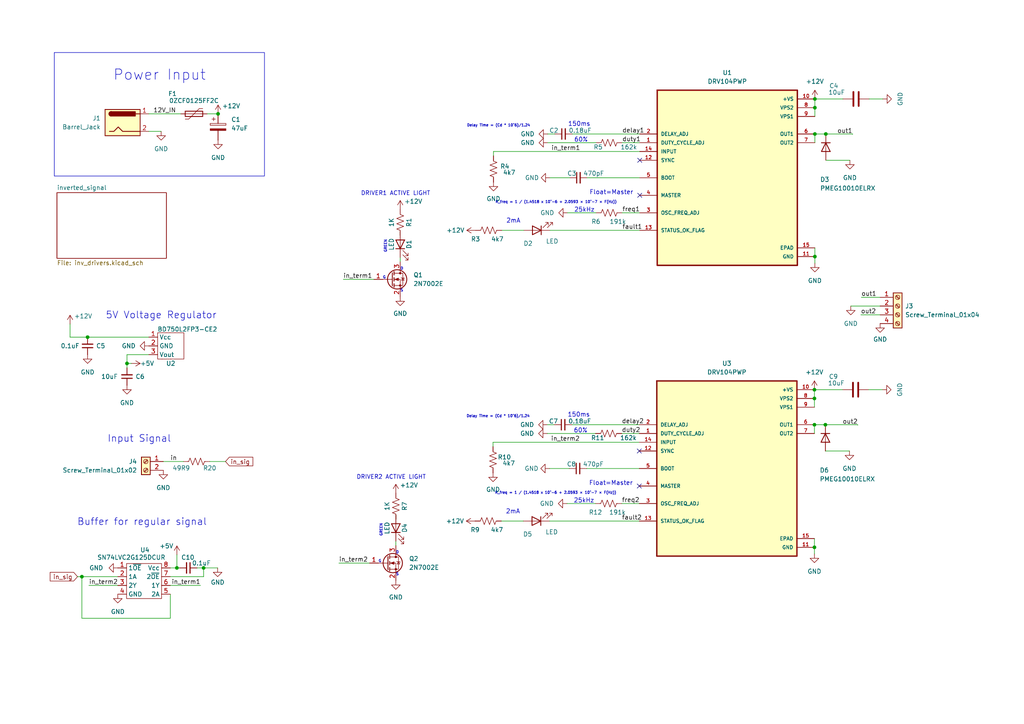
<source format=kicad_sch>
(kicad_sch (version 20230121) (generator eeschema)
  (paper "A4")
  (lib_symbols
    (symbol "Buffer:SN74LVC2G125"
      (property "Reference" "U" (at 0 6.35 0))
      (symbol "SN74LVC2G125_0_0"
        (rectangle (start -5.08 5.08) (end 5.08 -5.08))
      )
      (symbol "SN74LVC2G125_1_1"
        (pin input line (at -7.62 3.81 0) (length 2.54) (name "1~{OE}") (number "1"))
        (pin input line (at -7.62 1.27 0) (length 2.54) (name "1A") (number "2"))
        (pin input line (at -7.62 -1.27 0) (length 2.54) (name "2Y") (number "3"))
        (pin input line (at -7.62 -3.81 0) (length 2.54) (name "GND") (number "4"))
        (pin input line (at 7.62 -3.81 180) (length 2.54) (name "2A") (number "5"))
        (pin input line (at 7.62 -1.27 180) (length 2.54) (name "1Y") (number "6"))
        (pin input line (at 7.62 1.27 180) (length 2.54) (name "2~{OE}") (number "7"))
        (pin input line (at 7.62 3.81 180) (length 2.54) (name "Vcc") (number "8"))
      )
    )
    (symbol "Connector:Barrel_Jack" (pin_names (offset 1.016))
      (property "Reference" "J" (at 0 5.334 0))
      (property "Value" "Barrel_Jack" (at 0 -5.08 0))
      (symbol "Barrel_Jack_0_1"
        (rectangle (start -5.08 3.81) (end 5.08 -3.81) (stroke (width 0.254)) (fill (type background)))
        (arc (start -3.302 3.175) (mid -3.9343 2.54) (end -3.302 1.905) (stroke (width 0.254)))
        (arc (start -3.302 3.175) (mid -3.9343 2.54) (end -3.302 1.905) (stroke (width 0.254)) (fill (type outline)))
        (polyline (pts (xy 5.08 2.54) (xy 3.81 2.54)) (stroke (width 0.254)))
        (polyline (pts (xy -3.81 -2.54) (xy -2.54 -2.54) (xy -1.27 -1.27) (xy 0 -2.54) (xy 2.54 -2.54) (xy 5.08 -2.54)) (stroke (width 0.254)))
        (rectangle (start 3.683 3.175) (end -3.302 1.905) (stroke (width 0.254)) (fill (type outline)))
      )
      (symbol "Barrel_Jack_1_1"
        (pin passive line (at 7.62 2.54 180) (length 2.54) (name "~") (number "1"))
        (pin passive line (at 7.62 -2.54 180) (length 2.54) (name "~") (number "2"))
      )
    )
    (symbol "Connector:Screw_Terminal_01x02" (pin_names (offset 1.016) hide)
      (property "Reference" "J" (at 0 2.54 0))
      (property "Value" "Screw_Terminal_01x02" (at 0 -5.08 0))
      (symbol "Screw_Terminal_01x02_1_1"
        (rectangle (start -1.27 1.27) (end 1.27 -3.81) (stroke (width 0.254)) (fill (type background)))
        (circle (center 0 -2.54) (radius 0.635) (stroke (width 0.1524)))
        (polyline (pts (xy -0.5334 -2.2098) (xy 0.3302 -3.048)) (stroke (width 0.1524)))
        (polyline (pts (xy -0.5334 0.3302) (xy 0.3302 -0.508)) (stroke (width 0.1524)))
        (polyline (pts (xy -0.3556 -2.032) (xy 0.508 -2.8702)) (stroke (width 0.1524)))
        (polyline (pts (xy -0.3556 0.508) (xy 0.508 -0.3302)) (stroke (width 0.1524)))
        (circle (center 0 0) (radius 0.635) (stroke (width 0.1524)))
        (pin passive line (at -5.08 0 0) (length 3.81) (name "Pin_1") (number "1"))
        (pin passive line (at -5.08 -2.54 0) (length 3.81) (name "Pin_2") (number "2"))
      )
    )
    (symbol "Connector:Screw_Terminal_01x04" (pin_names (offset 1.016) hide)
      (property "Reference" "J" (at 0 5.08 0))
      (property "Value" "Screw_Terminal_01x04" (at 0 -7.62 0))
      (symbol "Screw_Terminal_01x04_1_1"
        (rectangle (start -1.27 3.81) (end 1.27 -6.35) (stroke (width 0.254)) (fill (type background)))
        (circle (center 0 -5.08) (radius 0.635) (stroke (width 0.1524)))
        (circle (center 0 -2.54) (radius 0.635) (stroke (width 0.1524)))
        (polyline (pts (xy -0.5334 -4.7498) (xy 0.3302 -5.588)) (stroke (width 0.1524)))
        (polyline (pts (xy -0.5334 -2.2098) (xy 0.3302 -3.048)) (stroke (width 0.1524)))
        (polyline (pts (xy -0.5334 0.3302) (xy 0.3302 -0.508)) (stroke (width 0.1524)))
        (polyline (pts (xy -0.5334 2.8702) (xy 0.3302 2.032)) (stroke (width 0.1524)))
        (polyline (pts (xy -0.3556 -4.572) (xy 0.508 -5.4102)) (stroke (width 0.1524)))
        (polyline (pts (xy -0.3556 -2.032) (xy 0.508 -2.8702)) (stroke (width 0.1524)))
        (polyline (pts (xy -0.3556 0.508) (xy 0.508 -0.3302)) (stroke (width 0.1524)))
        (polyline (pts (xy -0.3556 3.048) (xy 0.508 2.2098)) (stroke (width 0.1524)))
        (circle (center 0 0) (radius 0.635) (stroke (width 0.1524)))
        (circle (center 0 2.54) (radius 0.635) (stroke (width 0.1524)))
        (pin passive line (at -5.08 2.54 0) (length 3.81) (name "Pin_1") (number "1"))
        (pin passive line (at -5.08 0 0) (length 3.81) (name "Pin_2") (number "2"))
        (pin passive line (at -5.08 -2.54 0) (length 3.81) (name "Pin_3") (number "3"))
        (pin passive line (at -5.08 -5.08 0) (length 3.81) (name "Pin_4") (number "4"))
      )
    )
    (symbol "DRV104PWP:DRV104PWP" (pin_names (offset 1.016))
      (property "Reference" "U" (at -20.32 26.4 0))
      (property "Value" "DRV104PWP" (at -20.32 -29.4 0))
      (symbol "DRV104PWP_0_0"
        (rectangle (start -20.32 -25.4) (end 20.32 25.4) (stroke (width 0.41)) (fill (type background)))
        (pin input line (at -25.4 10.16 0) (length 5.08) (name "DUTY_CYCLE_ADJ") (number "1"))
        (pin power_in line (at 25.4 22.86 180) (length 5.08) (name "+VS") (number "10"))
        (pin power_in line (at 25.4 -22.86 180) (length 5.08) (name "GND") (number "11"))
        (pin input line (at -25.4 5.08 0) (length 5.08) (name "SYNC") (number "12"))
        (pin bidirectional line (at -25.4 -15.24 0) (length 5.08) (name "STATUS_OK_FLAG") (number "13"))
        (pin input line (at -25.4 7.62 0) (length 5.08) (name "INPUT") (number "14"))
        (pin power_in line (at 25.4 -20.32 180) (length 5.08) (name "EPAD") (number "15"))
        (pin input line (at -25.4 12.7 0) (length 5.08) (name "DELAY_ADJ") (number "2"))
        (pin bidirectional line (at -25.4 -10.16 0) (length 5.08) (name "OSC_FREQ_ADJ") (number "3"))
        (pin bidirectional line (at -25.4 -5.08 0) (length 5.08) (name "MASTER") (number "4"))
        (pin bidirectional line (at -25.4 0 0) (length 5.08) (name "BOOT") (number "5"))
        (pin output line (at 25.4 12.7 180) (length 5.08) (name "OUT1") (number "6"))
        (pin output line (at 25.4 10.16 180) (length 5.08) (name "OUT2") (number "7"))
        (pin power_in line (at 25.4 20.32 180) (length 5.08) (name "VPS2") (number "8"))
        (pin power_in line (at 25.4 17.78 180) (length 5.08) (name "VPS1") (number "9"))
      )
    )
    (symbol "Device:C" (pin_numbers hide) (pin_names (offset 0.254))
      (property "Reference" "C" (at 0.635 2.54 0))
      (property "Value" "C" (at 0.635 -2.54 0))
      (symbol "C_0_1"
        (polyline (pts (xy -2.032 -0.762) (xy 2.032 -0.762)) (stroke (width 0.508)))
        (polyline (pts (xy -2.032 0.762) (xy 2.032 0.762)) (stroke (width 0.508)))
      )
      (symbol "C_1_1"
        (pin passive line (at 0 3.81 270) (length 2.794) (name "~") (number "1"))
        (pin passive line (at 0 -3.81 90) (length 2.794) (name "~") (number "2"))
      )
    )
    (symbol "Device:C_Polarized" (pin_numbers hide) (pin_names (offset 0.254))
      (property "Reference" "C" (at 0.635 2.54 0))
      (property "Value" "C_Polarized" (at 0.635 -2.54 0))
      (symbol "C_Polarized_0_1"
        (rectangle (start -2.286 0.508) (end 2.286 1.016))
        (polyline (pts (xy -1.778 2.286) (xy -0.762 2.286)))
        (polyline (pts (xy -1.27 2.794) (xy -1.27 1.778)))
        (rectangle (start 2.286 -0.508) (end -2.286 -1.016) (fill (type outline)))
      )
      (symbol "C_Polarized_1_1"
        (pin passive line (at 0 3.81 270) (length 2.794) (name "~") (number "1"))
        (pin passive line (at 0 -3.81 90) (length 2.794) (name "~") (number "2"))
      )
    )
    (symbol "Device:C_Small" (pin_numbers hide) (pin_names (offset 0.254) hide)
      (property "Reference" "C" (at 0.254 1.778 0))
      (property "Value" "C_Small" (at 0.254 -2.032 0))
      (symbol "C_Small_0_1"
        (polyline (pts (xy -1.524 -0.508) (xy 1.524 -0.508)) (stroke (width 0.3302)))
        (polyline (pts (xy -1.524 0.508) (xy 1.524 0.508)) (stroke (width 0.3048)))
      )
      (symbol "C_Small_1_1"
        (pin passive line (at 0 2.54 270) (length 2.032) (name "~") (number "1"))
        (pin passive line (at 0 -2.54 90) (length 2.032) (name "~") (number "2"))
      )
    )
    (symbol "Device:D" (pin_numbers hide) (pin_names (offset 1.016) hide)
      (property "Reference" "D" (at 0 2.54 0))
      (property "Value" "D" (at 0 -2.54 0))
      (symbol "D_0_1"
        (polyline (pts (xy -1.27 1.27) (xy -1.27 -1.27)) (stroke (width 0.254)))
        (polyline (pts (xy 1.27 0) (xy -1.27 0)))
        (polyline (pts (xy 1.27 1.27) (xy 1.27 -1.27) (xy -1.27 0) (xy 1.27 1.27)) (stroke (width 0.254)))
      )
      (symbol "D_1_1"
        (pin passive line (at -3.81 0 0) (length 2.54) (name "K") (number "1"))
        (pin passive line (at 3.81 0 180) (length 2.54) (name "A") (number "2"))
      )
    )
    (symbol "Device:LED" (pin_numbers hide) (pin_names (offset 1.016) hide)
      (property "Reference" "D" (at 0 2.54 0))
      (property "Value" "LED" (at 0 -2.54 0))
      (symbol "LED_0_1"
        (polyline (pts (xy -1.27 -1.27) (xy -1.27 1.27)) (stroke (width 0.254)))
        (polyline (pts (xy -1.27 0) (xy 1.27 0)))
        (polyline (pts (xy 1.27 -1.27) (xy 1.27 1.27) (xy -1.27 0) (xy 1.27 -1.27)) (stroke (width 0.254)))
        (polyline (pts (xy -3.048 -0.762) (xy -4.572 -2.286) (xy -3.81 -2.286) (xy -4.572 -2.286) (xy -4.572 -1.524)))
        (polyline (pts (xy -1.778 -0.762) (xy -3.302 -2.286) (xy -2.54 -2.286) (xy -3.302 -2.286) (xy -3.302 -1.524)))
      )
      (symbol "LED_1_1"
        (pin passive line (at -3.81 0 0) (length 2.54) (name "K") (number "1"))
        (pin passive line (at 3.81 0 180) (length 2.54) (name "A") (number "2"))
      )
    )
    (symbol "Device:Polyfuse" (pin_numbers hide) (pin_names (offset 0))
      (property "Reference" "F" (at -2.54 0 90))
      (property "Value" "Polyfuse" (at 2.54 0 90))
      (symbol "Polyfuse_0_1"
        (rectangle (start -0.762 2.54) (end 0.762 -2.54) (stroke (width 0.254)))
        (polyline (pts (xy 0 2.54) (xy 0 -2.54)))
        (polyline (pts (xy -1.524 2.54) (xy -1.524 1.524) (xy 1.524 -1.524) (xy 1.524 -2.54)))
      )
      (symbol "Polyfuse_1_1"
        (pin passive line (at 0 3.81 270) (length 1.27) (name "~") (number "1"))
        (pin passive line (at 0 -3.81 90) (length 1.27) (name "~") (number "2"))
      )
    )
    (symbol "Device:R_US" (pin_numbers hide) (pin_names (offset 0))
      (property "Reference" "R" (at 2.54 0 90))
      (property "Value" "R_US" (at -2.54 0 90))
      (symbol "R_US_0_1"
        (polyline (pts (xy 0 -2.286) (xy 0 -2.54)))
        (polyline (pts (xy 0 2.286) (xy 0 2.54)))
        (polyline (pts (xy 0 -0.762) (xy 1.016 -1.143) (xy 0 -1.524) (xy -1.016 -1.905) (xy 0 -2.286)))
        (polyline (pts (xy 0 0.762) (xy 1.016 0.381) (xy 0 0) (xy -1.016 -0.381) (xy 0 -0.762)))
        (polyline (pts (xy 0 2.286) (xy 1.016 1.905) (xy 0 1.524) (xy -1.016 1.143) (xy 0 0.762)))
      )
      (symbol "R_US_1_1"
        (pin passive line (at 0 3.81 270) (length 1.27) (name "~") (number "1"))
        (pin passive line (at 0 -3.81 90) (length 1.27) (name "~") (number "2"))
      )
    )
    (symbol "Regulator_Linear:BD750L2FP3-CE"
      (property "Reference" "U" (at 5.08 0 0))
      (symbol "BD750L2FP3-CE_0_1"
        (polyline (pts (xy -3.81 -2.54) (xy -3.81 0)))
        (polyline (pts (xy 3.81 -2.54) (xy 3.81 0)))
        (polyline (pts (xy -3.81 -2.54) (xy -3.81 -3.81) (xy 3.81 -3.81) (xy 3.81 -2.54)))
        (polyline (pts (xy 3.81 0) (xy 3.81 3.81) (xy 0 3.81) (xy -3.81 3.81) (xy -3.81 0)))
      )
      (symbol "BD750L2FP3-CE_1_1"
        (pin input line (at -2.54 -6.35 90) (length 2.54) (name "Vcc") (number "1"))
        (pin input line (at 0 -6.35 90) (length 2.54) (name "GND") (number "2"))
        (pin input line (at 2.54 -6.35 90) (length 2.54) (name "Vout") (number "3"))
      )
    )
    (symbol "Transistor_FET:2N7002E" (pin_names hide)
      (property "Reference" "Q" (at 5.08 1.905 0))
      (property "Value" "2N7002E" (at 5.08 0 0))
      (symbol "2N7002E_0_1"
        (polyline (pts (xy 0.254 0) (xy -2.54 0)))
        (polyline (pts (xy 0.254 1.905) (xy 0.254 -1.905)) (stroke (width 0.254)))
        (polyline (pts (xy 0.762 -1.27) (xy 0.762 -2.286)) (stroke (width 0.254)))
        (polyline (pts (xy 0.762 0.508) (xy 0.762 -0.508)) (stroke (width 0.254)))
        (polyline (pts (xy 0.762 2.286) (xy 0.762 1.27)) (stroke (width 0.254)))
        (polyline (pts (xy 2.54 2.54) (xy 2.54 1.778)))
        (polyline (pts (xy 2.54 -2.54) (xy 2.54 0) (xy 0.762 0)))
        (polyline (pts (xy 0.762 -1.778) (xy 3.302 -1.778) (xy 3.302 1.778) (xy 0.762 1.778)))
        (polyline (pts (xy 1.016 0) (xy 2.032 0.381) (xy 2.032 -0.381) (xy 1.016 0)) (fill (type outline)))
        (polyline (pts (xy 2.794 0.508) (xy 2.921 0.381) (xy 3.683 0.381) (xy 3.81 0.254)))
        (polyline (pts (xy 3.302 0.381) (xy 2.921 -0.254) (xy 3.683 -0.254) (xy 3.302 0.381)))
        (circle (center 1.651 0) (radius 2.794) (stroke (width 0.254)))
        (circle (center 2.54 -1.778) (radius 0.254) (fill (type outline)))
        (circle (center 2.54 1.778) (radius 0.254) (fill (type outline)))
      )
      (symbol "2N7002E_1_1"
        (pin input line (at -5.08 0 0) (length 2.54) (name "G") (number "1"))
        (pin passive line (at 2.54 -5.08 90) (length 2.54) (name "S") (number "2"))
        (pin passive line (at 2.54 5.08 270) (length 2.54) (name "D") (number "3"))
      )
    )
    (symbol "power:+12V" (power) (pin_names (offset 0))
      (property "Value" "+12V" (at 0 3.556 0))
      (symbol "+12V_0_1"
        (polyline (pts (xy -0.762 1.27) (xy 0 2.54)))
        (polyline (pts (xy 0 0) (xy 0 2.54)))
        (polyline (pts (xy 0 2.54) (xy 0.762 1.27)))
      )
      (symbol "+12V_1_1"
        (pin power_in line (at 0 0 90) (length 0) hide (name "+12V") (number "1"))
      )
    )
    (symbol "power:+5V" (power) (pin_names (offset 0))
      (property "Value" "+5V" (at 0 3.556 0))
      (symbol "+5V_0_1"
        (polyline (pts (xy -0.762 1.27) (xy 0 2.54)))
        (polyline (pts (xy 0 0) (xy 0 2.54)))
        (polyline (pts (xy 0 2.54) (xy 0.762 1.27)))
      )
      (symbol "+5V_1_1"
        (pin power_in line (at 0 0 90) (length 0) hide (name "+5V") (number "1"))
      )
    )
    (symbol "power:GND" (power) (pin_names (offset 0))
      (property "Value" "GND" (at 0 -3.81 0))
      (symbol "GND_0_1"
        (polyline (pts (xy 0 0) (xy 0 -1.27) (xy 1.27 -1.27) (xy 0 -2.54) (xy -1.27 -1.27) (xy 0 -1.27)))
      )
      (symbol "GND_1_1"
        (pin power_in line (at 0 0 270) (length 0) hide (name "GND") (number "1"))
      )
    )
  )
  (junction (at 51.308 164.719))
  (junction (at 236.22 123.19))
  (junction (at 236.347 31.242))
  (junction (at 239.522 38.862))
  (junction (at 236.22 158.75))
  (junction (at 236.347 74.422))
  (junction (at 236.22 113.03))
  (junction (at 63.246 33.02))
  (junction (at 59.055 164.719))
  (junction (at 239.395 123.19))
  (junction (at 236.347 28.702))
  (junction (at 23.749 167.259))
  (junction (at 25.4 97.79))
  (junction (at 236.22 115.57))
  (junction (at 236.347 38.862))
  (junction (at 36.83 105.41))
  (no_connect (at 185.547 56.642))
  (no_connect (at 185.547 46.482))
  (no_connect (at 185.42 130.81))
  (no_connect (at 185.42 140.97))
  (wire (pts (xy 249.682 91.313) (xy 255.27 91.313)))
  (wire (pts (xy 159.512 66.802) (xy 185.547 66.802)))
  (wire (pts (xy 143.002 128.27) (xy 185.42 128.27)))
  (wire (pts (xy 49.403 167.259) (xy 59.055 167.259)))
  (wire (pts (xy 158.75 125.73) (xy 172.72 125.73)))
  (wire (pts (xy 36.83 105.41) (xy 38.1 105.41)))
  (wire (pts (xy 180.34 146.05) (xy 185.42 146.05)))
  (wire (pts (xy 114.808 156.972) (xy 114.808 158.242)))
  (wire (pts (xy 145.542 66.802) (xy 151.892 66.802)))
  (wire (pts (xy 165.1 135.89) (xy 159.385 135.89)))
  (wire (pts (xy 236.22 113.03) (xy 236.22 115.57)))
  (wire (pts (xy 143.002 128.27) (xy 143.002 129.54)))
  (wire (pts (xy 180.467 61.722) (xy 185.547 61.722)))
  (wire (pts (xy 249.809 86.233) (xy 255.27 86.233)))
  (wire (pts (xy 236.347 71.882) (xy 236.347 74.422)))
  (wire (pts (xy 236.347 74.422) (xy 236.347 76.327)))
  (wire (pts (xy 49.403 179.324) (xy 49.403 172.339)))
  (wire (pts (xy 58.166 169.799) (xy 49.403 169.799)))
  (wire (pts (xy 36.83 105.41) (xy 36.83 102.87)))
  (wire (pts (xy 236.22 156.21) (xy 236.22 158.75)))
  (wire (pts (xy 116.078 74.676) (xy 116.078 75.946)))
  (wire (pts (xy 247.269 38.862) (xy 239.522 38.862)))
  (wire (pts (xy 236.347 38.862) (xy 239.522 38.862)))
  (wire (pts (xy 57.15 164.719) (xy 59.055 164.719)))
  (wire (pts (xy 59.055 164.719) (xy 63.119 164.719)))
  (wire (pts (xy 159.385 151.13) (xy 185.42 151.13)))
  (wire (pts (xy 248.793 123.317) (xy 248.793 123.19)))
  (wire (pts (xy 236.22 123.19) (xy 239.395 123.19)))
  (wire (pts (xy 23.749 167.259) (xy 34.163 167.259)))
  (wire (pts (xy 164.465 146.05) (xy 172.72 146.05)))
  (wire (pts (xy 20.32 93.98) (xy 20.32 97.79)))
  (wire (pts (xy 170.307 51.562) (xy 185.547 51.562)))
  (wire (pts (xy 180.467 41.402) (xy 185.547 41.402)))
  (wire (pts (xy 251.968 113.03) (xy 255.905 113.03)))
  (wire (pts (xy 236.347 28.702) (xy 236.347 31.242)))
  (wire (pts (xy 99.568 81.026) (xy 108.458 81.026)))
  (wire (pts (xy 158.877 41.402) (xy 172.847 41.402)))
  (wire (pts (xy 165.227 51.562) (xy 159.512 51.562)))
  (wire (pts (xy 164.592 61.722) (xy 172.847 61.722)))
  (wire (pts (xy 170.18 135.89) (xy 185.42 135.89)))
  (wire (pts (xy 43.18 33.02) (xy 52.451 33.02)))
  (wire (pts (xy 20.32 97.79) (xy 25.4 97.79)))
  (wire (pts (xy 236.347 38.862) (xy 236.347 41.402)))
  (wire (pts (xy 247.269 38.989) (xy 247.269 38.862)))
  (wire (pts (xy 43.18 38.1) (xy 46.736 38.1)))
  (wire (pts (xy 160.909 38.862) (xy 158.877 38.862)))
  (wire (pts (xy 244.475 28.702) (xy 236.347 28.702)))
  (wire (pts (xy 248.793 123.19) (xy 239.395 123.19)))
  (wire (pts (xy 165.989 38.862) (xy 185.547 38.862)))
  (wire (pts (xy 36.83 106.68) (xy 36.83 105.41)))
  (wire (pts (xy 51.308 160.909) (xy 51.308 164.719)))
  (wire (pts (xy 143.129 43.942) (xy 185.547 43.942)))
  (wire (pts (xy 25.781 169.799) (xy 34.163 169.799)))
  (wire (pts (xy 252.095 28.702) (xy 256.032 28.702)))
  (wire (pts (xy 180.34 125.73) (xy 185.42 125.73)))
  (wire (pts (xy 160.782 123.19) (xy 158.75 123.19)))
  (wire (pts (xy 236.22 115.57) (xy 236.22 118.11)))
  (wire (pts (xy 244.348 113.03) (xy 236.22 113.03)))
  (wire (pts (xy 23.749 179.324) (xy 49.403 179.324)))
  (wire (pts (xy 23.749 167.259) (xy 23.749 179.324)))
  (wire (pts (xy 236.22 123.19) (xy 236.22 125.73)))
  (wire (pts (xy 25.4 97.79) (xy 43.18 97.79)))
  (wire (pts (xy 60.071 33.02) (xy 63.246 33.02)))
  (wire (pts (xy 236.347 31.242) (xy 236.347 33.782)))
  (wire (pts (xy 47.371 133.858) (xy 53.213 133.858)))
  (wire (pts (xy 36.83 102.87) (xy 43.18 102.87)))
  (wire (pts (xy 145.415 151.13) (xy 151.765 151.13)))
  (wire (pts (xy 246.507 46.482) (xy 239.522 46.482)))
  (wire (pts (xy 116.078 68.326) (xy 116.078 67.056)))
  (wire (pts (xy 51.308 164.719) (xy 52.07 164.719)))
  (wire (pts (xy 59.055 167.259) (xy 59.055 164.719)))
  (wire (pts (xy 49.403 164.719) (xy 51.308 164.719)))
  (wire (pts (xy 143.129 43.942) (xy 143.129 45.212)))
  (wire (pts (xy 246.38 130.81) (xy 239.395 130.81)))
  (wire (pts (xy 246.761 88.773) (xy 255.27 88.773)))
  (wire (pts (xy 165.862 123.19) (xy 185.42 123.19)))
  (wire (pts (xy 236.22 158.75) (xy 236.22 160.655)))
  (wire (pts (xy 60.833 133.858) (xy 65.405 133.858)))
  (wire (pts (xy 114.808 150.622) (xy 114.808 149.352)))
  (wire (pts (xy 98.298 163.322) (xy 107.188 163.322)))
  (wire (pts (xy 22.479 167.259) (xy 23.749 167.259)))
  (rectangle (start 15.748 15.24) (end 76.708 51.054))
  (text "5V Voltage Regulator" (at 30.607 92.71 0) (effects (font (size 2 2)) (justify left bottom)))
  (text "Float=Master" (at 170.815 140.97 0) (effects (font (size 1.27 1.27)) (justify left bottom)))
  (text "2mA" (at 146.812 64.897 0) (effects (font (size 1.27 1.27)) (justify left bottom)))
  (text "60%" (at 166.37 125.73 0) (effects (font (size 1.27 1.27)) (justify left bottom)))
  (text "G" (at 110.998 81.026 0) (effects (font (size 0.75 0.75)) (justify left bottom)))
  (text "D" (at 116.078 78.486 0) (effects (font (size 0.75 0.75)) (justify left bottom)))
  (text "Power Input" (at 32.766 23.622 0) (effects (font (size 3 3)) (justify left bottom)))
  (text "Delay Time = (Cd * 10^6)/1.24" (at 135.255 121.285 0) (effects (font (size 0.75 0.75)) (justify left bottom)))
  (text "Input Signal" (at 31.115 128.524 0) (effects (font (size 2 2)) (justify left bottom)))
  (text "150ms" (at 164.592 121.158 0) (effects (font (size 1.27 1.27)) (justify left bottom)))
  (text "25kHz" (at 166.37 146.05 0) (effects (font (size 1.27 1.27)) (justify left bottom)))
  (text "150ms" (at 164.719 36.83 0) (effects (font (size 1.27 1.27)) (justify left bottom)))
  (text "60%" (at 166.497 41.402 0) (effects (font (size 1.27 1.27)) (justify left bottom)))
  (text "2mA" (at 146.685 149.225 0) (effects (font (size 1.27 1.27)) (justify left bottom)))
  (text "DRIVER2 ACTIVE LIGHT" (at 103.378 139.192 0) (effects (font (size 1.2 1.2)) (justify left bottom)))
  (text "GREEN" (at 112.268 73.406 90) (effects (font (size 0.75 0.75)) (justify left bottom)))
  (text "Buffer for regular signal" (at 22.352 152.654 0) (effects (font (size 2 2)) (justify left bottom)))
  (text "S" (at 114.808 167.132 0) (effects (font (size 0.75 0.75)) (justify left bottom)))
  (text "DRIVER1 ACTIVE LIGHT" (at 104.648 56.896 0) (effects (font (size 1.2 1.2)) (justify left bottom)))
  (text "G" (at 109.728 163.322 0) (effects (font (size 0.75 0.75)) (justify left bottom)))
  (text "D" (at 114.808 160.782 0) (effects (font (size 0.75 0.75)) (justify left bottom)))
  (text "Float=Master" (at 170.942 56.642 0) (effects (font (size 1.27 1.27)) (justify left bottom)))
  (text "25kHz" (at 166.497 61.722 0) (effects (font (size 1.27 1.27)) (justify left bottom)))
  (text "R_freq = 1 / (1.4518 x 10^−6 + 2.0593 × 10^−7 × F(Hz))" (at 143.51 143.51 0) (effects (font (size 0.75 0.75)) (justify left bottom)))
  (text "Delay Time = (Cd * 10^6)/1.24" (at 135.382 36.957 0) (effects (font (size 0.75 0.75)) (justify left bottom)))
  (text "S" (at 116.078 84.836 0) (effects (font (size 0.75 0.75)) (justify left bottom)))
  (text "R_freq = 1 / (1.4518 x 10^−6 + 2.0593 × 10^−7 × F(Hz))" (at 143.637 59.182 0) (effects (font (size 0.75 0.75)) (justify left bottom)))
  (text "GREEN" (at 110.998 155.702 90) (effects (font (size 0.75 0.75)) (justify left bottom)))
  (label "out1" (at 247.269 38.989 180))
  (label "fault2" (at 180.34 151.13 0))
  (label "in_term1" (at 159.893 43.942 0))
  (label "in" (at 49.403 133.858 0))
  (label "duty1" (at 180.467 41.402 0))
  (label "duty2" (at 180.34 125.73 0))
  (label "out2" (at 248.793 123.317 180))
  (label "delay2" (at 180.34 123.19 0))
  (label "fault1" (at 180.467 66.802 0))
  (label "freq1" (at 180.467 61.722 0))
  (label "out2" (at 249.682 91.313 0))
  (label "in_term1" (at 58.166 169.799 180))
  (label "delay1" (at 180.467 38.862 0))
  (label "12V_IN" (at 44.45 33.02 0))
  (label "in_term1" (at 99.568 81.026 0))
  (label "in_term2" (at 159.766 128.27 0))
  (label "in_term2" (at 98.298 163.322 0))
  (label "in_term2" (at 25.781 169.799 0))
  (label "out1" (at 249.809 86.233 0))
  (label "freq2" (at 180.34 146.05 0))
  (global_label "in_sig" (shape input) (at 22.479 167.259 180) (property "Intersheetrefs" "${INTERSHEET_REFS}" (effects hide)))
  (global_label "in_sig" (shape input) (at 65.405 133.858 0) (property "Intersheetrefs" "${INTERSHEET_REFS}" (effects hide)))
  (symbol (lib_id "power:GND") (at 36.83 111.76 0) (unit 1)
    (property "Reference" "#PWR019" (effects hide))
    (property "Value" "GND" (at 36.83 116.84 0))
  )
  (symbol (lib_id "power:GND") (at 143.002 137.16 0) (unit 1)
    (property "Reference" "#PWR026" (effects hide))
    (property "Value" "GND" (at 143.002 141.986 0))
  )
  (symbol (lib_id "Device:C_Small") (at 167.767 51.562 90) (unit 1)
    (property "Reference" "C3" (at 165.862 50.292 90))
    (property "Value" "470pF" (at 172.212 50.292 90))
    (property "Footprint" "Capacitor_SMD:C_0805_2012Metric" (effects hide))
    (property "PartNum" "C0805C471K5RAC7800" (effects hide))
    (property "Mfg" "Kemet" (effects hide))
  )
  (symbol (lib_id "Connector:Screw_Terminal_01x02") (at 42.291 133.858 0) (mirror y) (unit 1)
    (property "Reference" "J4" (at 39.751 133.858 0) (effects (justify left)))
    (property "Value" "Screw_Terminal_01x02" (at 39.751 136.398 0) (effects (justify left)))
    (property "Footprint" "TerminalBlock:TerminalBlock_bornier-2_P5.08mm" (effects hide))
    (property "PartNum" "282837-2" (effects hide))
    (property "Mfg" "TE" (effects hide))
  )
  (symbol (lib_id "power:+12V") (at 114.808 143.002 0) (unit 1)
    (property "Reference" "#PWR020" (effects hide))
    (property "Value" "+12V" (at 118.618 140.716 0))
  )
  (symbol (lib_id "power:GND") (at 63.246 40.64 0) (unit 1)
    (property "Reference" "#PWR03" (effects hide))
    (property "Value" "GND" (at 63.246 45.72 0))
  )
  (symbol (lib_id "power:GND") (at 46.736 38.1 0) (unit 1)
    (property "Reference" "#PWR01" (effects hide))
    (property "Value" "GND" (at 46.736 43.18 0))
  )
  (symbol (lib_id "Device:LED") (at 155.575 151.13 180) (unit 1)
    (property "Reference" "D5" (at 153.035 154.94 0))
    (property "Value" "LED" (at 160.02 154.305 0))
    (property "Footprint" "LED_SMD:LED_0805_2012Metric" (effects hide))
    (property "PartNum" "150080RS75000" (effects hide))
    (property "Mfg" "Wurth" (effects hide))
  )
  (symbol (lib_id "power:GND") (at 158.75 125.73 270) (unit 1)
    (property "Reference" "#PWR028" (effects hide))
    (property "Value" "GND" (at 154.94 125.73 90) (effects (justify right)))
  )
  (symbol (lib_id "Device:R_US") (at 141.732 66.802 90) (unit 1)
    (property "Reference" "R3" (at 137.922 69.342 90))
    (property "Value" "4k7" (at 144.272 69.342 90))
    (property "Footprint" "Resistor_SMD:R_0805_2012Metric" (effects hide))
    (property "PartNum" "RC0805JR-074K7L" (effects hide))
    (property "Mfg" "Yageo" (effects hide))
  )
  (symbol (lib_id "power:GND") (at 246.761 88.773 0) (unit 1)
    (property "Reference" "#PWR069" (effects hide))
    (property "Value" "GND" (at 246.761 93.853 0))
  )
  (symbol (lib_id "power:+12V") (at 236.22 113.03 0) (unit 1)
    (property "Reference" "#PWR031" (effects hide))
    (property "Value" "+12V" (at 236.22 107.95 0))
  )
  (symbol (lib_id "power:GND") (at 158.75 123.19 270) (unit 1)
    (property "Reference" "#PWR027" (effects hide))
    (property "Value" "GND" (at 154.94 123.19 90) (effects (justify right)))
  )
  (symbol (lib_id "power:GND") (at 256.032 28.702 90) (unit 1)
    (property "Reference" "#PWR016" (effects hide))
    (property "Value" "GND" (at 261.112 28.702 0))
  )
  (symbol (lib_id "Device:R_US") (at 176.53 125.73 90) (unit 1)
    (property "Reference" "R11" (at 173.355 127 90))
    (property "Value" "162k" (at 182.245 127 90))
    (property "Footprint" "Resistor_SMD:R_0805_2012Metric" (effects hide))
    (property "PartNum" "RC0805FR-07162KL" (effects hide))
    (property "Mfg" "Yageo" (effects hide))
  )
  (symbol (lib_id "Device:D") (at 239.522 42.672 270) (unit 1)
    (property "Reference" "D3" (at 237.871 52.07 90) (effects (justify left)))
    (property "Value" "PMEG10010ELRX" (at 237.871 54.61 90) (effects (justify left)))
    (property "Footprint" "Diode_SMD:Nexperia_CFP3_SOD-123W" (effects hide))
    (property "Sim.Device" "D" (effects hide))
    (property "Sim.Pins" "1=K 2=A" (effects hide))
    (property "PartNum" "PMEG10010ELRX" (effects hide))
    (property "Mfg" "Nexperia" (effects hide))
  )
  (symbol (lib_id "power:GND") (at 47.371 136.398 0) (unit 1)
    (property "Reference" "#PWR057" (effects hide))
    (property "Value" "GND" (at 47.371 141.478 0))
  )
  (symbol (lib_id "power:+12V") (at 137.922 66.802 90) (unit 1)
    (property "Reference" "#PWR07" (effects hide))
    (property "Value" "+12V" (at 134.747 66.802 90) (effects (justify left)))
  )
  (symbol (lib_id "Device:C_Small") (at 25.4 100.33 180) (unit 1)
    (property "Reference" "C5" (at 29.21 100.33 0))
    (property "Value" "0.1uF" (at 20.32 100.33 0))
    (property "Footprint" "Capacitor_SMD:C_0805_2012Metric" (effects hide))
    (property "PartNum" "08053C184KAT2A" (effects hide))
    (property "Mfg" "KYOCERA AVX" (effects hide))
  )
  (symbol (lib_id "Device:C_Small") (at 36.83 109.22 180) (unit 1)
    (property "Reference" "C6" (at 40.64 109.22 0))
    (property "Value" "10uF" (at 31.75 109.22 0))
    (property "Footprint" "Capacitor_SMD:C_1210_3225Metric" (effects hide))
    (property "PartNum" "08053C184KAT2A" (effects hide))
    (property "Mfg" "KYOCERA AVX" (effects hide))
  )
  (symbol (lib_id "power:GND") (at 236.347 76.327 0) (unit 1)
    (property "Reference" "#PWR014" (effects hide))
    (property "Value" "GND" (at 236.347 81.407 0))
  )
  (symbol (lib_id "Device:C_Small") (at 163.449 38.862 90) (unit 1)
    (property "Reference" "C2" (at 160.655 37.846 90))
    (property "Value" "0.18uF" (at 168.275 37.846 90))
    (property "Footprint" "Capacitor_SMD:C_0805_2012Metric" (effects hide))
    (property "PartNum" "08053C184KAT2A" (effects hide))
    (property "Mfg" "KYOCERA AVX" (effects hide))
  )
  (symbol (lib_id "power:GND") (at 43.18 100.33 270) (unit 1)
    (property "Reference" "#PWR021" (effects hide))
    (property "Value" "GND" (at 39.37 100.33 90) (effects (justify right)))
  )
  (symbol (lib_id "power:GND") (at 158.877 41.402 270) (unit 1)
    (property "Reference" "#PWR010" (effects hide))
    (property "Value" "GND" (at 155.067 41.402 90) (effects (justify right)))
  )
  (symbol (lib_id "Device:R_US") (at 141.605 151.13 90) (unit 1)
    (property "Reference" "R9" (at 137.795 153.67 90))
    (property "Value" "4k7" (at 144.145 153.67 90))
    (property "Footprint" "Resistor_SMD:R_0805_2012Metric" (effects hide))
    (property "PartNum" "RC0805JR-074K7L" (effects hide))
    (property "Mfg" "Yageo" (effects hide))
  )
  (symbol (lib_id "Device:LED") (at 114.808 153.162 90) (unit 1)
    (property "Reference" "D4" (at 117.348 153.162 0))
    (property "Value" "LED" (at 112.268 153.162 0))
    (property "Footprint" "LED_SMD:LED_0805_2012Metric" (effects hide))
    (property "PartNum" "150080RS75000" (effects hide))
    (property "Mfg" "Wurth" (effects hide))
  )
  (symbol (lib_id "Device:LED") (at 155.702 66.802 180) (unit 1)
    (property "Reference" "D2" (at 153.162 70.612 0))
    (property "Value" "LED" (at 160.147 69.977 0))
    (property "Footprint" "LED_SMD:LED_0805_2012Metric" (effects hide))
    (property "PartNum" "150080RS75000" (effects hide))
    (property "Mfg" "Wurth" (effects hide))
  )
  (symbol (lib_id "Device:R_US") (at 57.023 133.858 90) (unit 1)
    (property "Reference" "R20" (at 60.833 135.763 90))
    (property "Value" "49R9" (at 52.578 135.763 90))
    (property "Footprint" "Resistor_SMD:R_0805_2012Metric" (effects hide))
    (property "PartNum" "RC0805FR-0749R9L" (effects hide))
    (property "Mfg" "Yageo" (effects hide))
  )
  (symbol (lib_id "Device:LED") (at 116.078 70.866 90) (unit 1)
    (property "Reference" "D1" (at 118.618 70.866 0))
    (property "Value" "LED" (at 113.538 70.866 0))
    (property "Footprint" "LED_SMD:LED_0805_2012Metric" (effects hide))
    (property "PartNum" "150080RS75000" (effects hide))
    (property "Mfg" "Wurth" (effects hide))
  )
  (symbol (lib_id "Device:R_US") (at 176.657 61.722 90) (unit 1)
    (property "Reference" "R6" (at 172.847 64.262 90))
    (property "Value" "191k" (at 179.197 64.262 90))
    (property "Footprint" "Resistor_SMD:R_0805_2012Metric" (effects hide))
    (property "PartNum" "RC0805FR-07191KL" (effects hide))
    (property "Mfg" "Yageo" (effects hide))
  )
  (symbol (lib_id "power:GND") (at 34.163 172.339 0) (unit 1)
    (property "Reference" "#PWR024" (effects hide))
    (property "Value" "GND" (at 34.163 177.419 0))
  )
  (symbol (lib_id "Device:D") (at 239.395 127 270) (unit 1)
    (property "Reference" "D6" (at 237.744 136.398 90) (effects (justify left)))
    (property "Value" "PMEG10010ELRX" (at 237.744 138.938 90) (effects (justify left)))
    (property "Footprint" "Diode_SMD:Nexperia_CFP3_SOD-123W" (effects hide))
    (property "Sim.Device" "D" (effects hide))
    (property "Sim.Pins" "1=K 2=A" (effects hide))
    (property "PartNum" "PMEG10010ELRX" (effects hide))
    (property "Mfg" "Nexperia" (effects hide))
  )
  (symbol (lib_id "Connector:Screw_Terminal_01x04") (at 260.35 88.773 0) (unit 1)
    (property "Reference" "J3" (at 262.509 88.773 0) (effects (justify left)))
    (property "Value" "Screw_Terminal_01x04" (at 262.509 91.313 0) (effects (justify left)))
    (property "Footprint" "TerminalBlock:TerminalBlock_bornier-4_P5.08mm" (effects hide))
  )
  (symbol (lib_id "power:GND") (at 114.808 168.402 0) (unit 1)
    (property "Reference" "#PWR023" (effects hide))
    (property "Value" "GND" (at 114.808 173.228 0))
  )
  (symbol (lib_id "Device:R_US") (at 176.53 146.05 90) (unit 1)
    (property "Reference" "R12" (at 172.72 148.59 90))
    (property "Value" "191k" (at 179.07 148.59 90))
    (property "Footprint" "Resistor_SMD:R_0805_2012Metric" (effects hide))
    (property "PartNum" "RC0805FR-07191KL" (effects hide))
    (property "Mfg" "Yageo" (effects hide))
  )
  (symbol (lib_id "power:GND") (at 116.078 86.106 0) (unit 1)
    (property "Reference" "#PWR05" (effects hide))
    (property "Value" "GND" (at 116.078 90.932 0))
  )
  (symbol (lib_id "Device:C_Small") (at 163.322 123.19 90) (unit 1)
    (property "Reference" "C7" (at 160.528 122.174 90))
    (property "Value" "0.18uF" (at 168.148 122.174 90))
    (property "Footprint" "Capacitor_SMD:C_0805_2012Metric" (effects hide))
    (property "PartNum" "08053C184KAT2A" (effects hide))
    (property "Mfg" "KYOCERA AVX" (effects hide))
  )
  (symbol (lib_id "power:+12V") (at 116.078 60.706 0) (unit 1)
    (property "Reference" "#PWR04" (effects hide))
    (property "Value" "+12V" (at 119.888 58.42 0))
  )
  (symbol (lib_id "Device:C") (at 248.158 113.03 90) (unit 1)
    (property "Reference" "C9" (at 243.078 109.22 90) (effects (justify left)))
    (property "Value" "10uF" (at 244.983 111.125 90) (effects (justify left)))
    (property "Footprint" "Capacitor_SMD:C_1210_3225Metric" (effects hide))
    (property "PartNum" "CL32A106KLULNNE" (effects hide))
    (property "Mfg" "Samsung Electro-Mechanics" (effects hide))
  )
  (symbol (lib_id "Transistor_FET:2N7002E") (at 113.538 81.026 0) (unit 1)
    (property "Reference" "Q1" (at 119.888 79.756 0) (effects (justify left)))
    (property "Value" "2N7002E" (at 119.888 82.296 0) (effects (justify left)))
    (property "Footprint" "Package_TO_SOT_SMD:SOT-23" (effects hide))
    (property "Datasheet" "http://www.diodes.com/assets/Datasheets/ds30376.pdf" (effects hide))
  )
  (symbol (lib_id "Device:C") (at 248.285 28.702 90) (unit 1)
    (property "Reference" "C4" (at 243.205 24.892 90) (effects (justify left)))
    (property "Value" "10uF" (at 245.11 26.797 90) (effects (justify left)))
    (property "Footprint" "Capacitor_SMD:C_1210_3225Metric" (effects hide))
    (property "PartNum" "CL32A106KLULNNE" (effects hide))
    (property "Mfg" "Samsung Electro-Mechanics" (effects hide))
  )
  (symbol (lib_id "Device:R_US") (at 143.002 133.35 180) (unit 1)
    (property "Reference" "R10" (at 146.304 132.588 0))
    (property "Value" "4k7" (at 147.574 134.366 0))
    (property "Footprint" "Resistor_SMD:R_0805_2012Metric" (effects hide))
    (property "PartNum" "RC0805JR-074K7L" (effects hide))
    (property "Mfg" "Yageo" (effects hide))
  )
  (symbol (lib_id "power:GND") (at 164.465 146.05 270) (unit 1)
    (property "Reference" "#PWR030" (effects hide))
    (property "Value" "GND" (at 160.655 146.05 90) (effects (justify right)))
  )
  (symbol (lib_id "power:+5V") (at 51.308 160.909 0) (unit 1)
    (property "Reference" "#PWR072" (effects hide))
    (property "Value" "+5V" (at 46.228 158.369 0) (effects (justify left)))
  )
  (symbol (lib_id "Device:R_US") (at 143.129 49.022 180) (unit 1)
    (property "Reference" "R4" (at 146.431 48.26 0))
    (property "Value" "4k7" (at 147.701 50.038 0))
    (property "Footprint" "Resistor_SMD:R_0805_2012Metric" (effects hide))
    (property "PartNum" "RC0805JR-074K7L" (effects hide))
    (property "Mfg" "Yageo" (effects hide))
  )
  (symbol (lib_id "power:GND") (at 246.38 130.81 0) (unit 1)
    (property "Reference" "#PWR033" (effects hide))
    (property "Value" "GND" (at 246.38 135.89 0))
  )
  (symbol (lib_id "Device:C_Polarized") (at 63.246 36.83 0) (unit 1)
    (property "Reference" "C1" (at 67.056 34.671 0) (effects (justify left)))
    (property "Value" "47uF" (at 67.056 37.211 0) (effects (justify left)))
    (property "Footprint" "Capacitor_Tantalum_SMD:CP_EIA-7343-43_Kemet-X_Pad2.25x2.55mm_HandSolder" (effects hide))
    (property "PartNum" "T491X476K035AT" (effects hide))
    (property "Mfg" "Kemet" (effects hide))
  )
  (symbol (lib_id "Device:R_US") (at 176.657 41.402 90) (unit 1)
    (property "Reference" "R5" (at 173.482 42.672 90))
    (property "Value" "162k" (at 182.372 42.672 90))
    (property "Footprint" "Resistor_SMD:R_0805_2012Metric" (effects hide))
    (property "PartNum" "RC0805FR-07162KL" (effects hide))
    (property "Mfg" "Yageo" (effects hide))
  )
  (symbol (lib_id "Buffer:SN74LVC2G125") (at 41.783 168.529 0) (unit 1)
    (property "Reference" "U4" (at 42.037 159.512 0))
    (property "Value" "SN74LVC2G125DCUR" (at 38.1 161.671 0))
    (property "Footprint" "Package_SO:VSSOP-8_2.3x2mm_P0.5mm" (effects hide))
  )
  (symbol (lib_id "power:GND") (at 236.22 160.655 0) (unit 1)
    (property "Reference" "#PWR032" (effects hide))
    (property "Value" "GND" (at 236.22 165.735 0))
  )
  (symbol (lib_id "power:GND") (at 159.512 51.562 270) (unit 1)
    (property "Reference" "#PWR011" (effects hide))
    (property "Value" "GND" (at 156.337 51.562 90) (effects (justify right)))
  )
  (symbol (lib_id "power:GND") (at 255.27 93.853 0) (unit 1)
    (property "Reference" "#PWR070" (effects hide))
    (property "Value" "GND" (at 255.27 98.425 0))
  )
  (symbol (lib_id "power:+12V") (at 20.32 93.98 0) (unit 1)
    (property "Reference" "#PWR017" (effects hide))
    (property "Value" "+12V" (at 24.13 91.694 0))
  )
  (symbol (lib_id "Device:R_US") (at 116.078 64.516 0) (unit 1)
    (property "Reference" "R1" (at 118.618 64.516 90))
    (property "Value" "1K" (at 113.538 64.516 90))
    (property "Footprint" "Resistor_SMD:R_0805_2012Metric" (effects hide))
    (property "PartNum" "RC0805FR-07162KL" (effects hide))
    (property "Mfg" "Yageo" (effects hide))
  )
  (symbol (lib_id "power:GND") (at 246.507 46.482 0) (unit 1)
    (property "Reference" "#PWR015" (effects hide))
    (property "Value" "GND" (at 246.507 51.562 0))
  )
  (symbol (lib_id "Transistor_FET:2N7002E") (at 112.268 163.322 0) (unit 1)
    (property "Reference" "Q2" (at 118.618 162.052 0) (effects (justify left)))
    (property "Value" "2N7002E" (at 118.618 164.592 0) (effects (justify left)))
    (property "Footprint" "Package_TO_SOT_SMD:SOT-23" (effects hide))
    (property "Datasheet" "http://www.diodes.com/assets/Datasheets/ds30376.pdf" (effects hide))
  )
  (symbol (lib_id "power:GND") (at 159.385 135.89 270) (unit 1)
    (property "Reference" "#PWR029" (effects hide))
    (property "Value" "GND" (at 156.21 135.89 90) (effects (justify right)))
  )
  (symbol (lib_id "Device:Polyfuse") (at 56.261 33.02 90) (unit 1)
    (property "Reference" "F1" (at 50.038 27.178 90))
    (property "Value" "0ZCF0125FF2C" (at 56.261 29.21 90))
    (property "Footprint" "Fuse:Fuse_2920_7451Metric" (effects hide))
    (property "PartNum" "0ZCF0125FF2C" (effects hide))
    (property "Mfg" "Bel Fuse" (effects hide))
  )
  (symbol (lib_id "power:+12V") (at 137.795 151.13 90) (unit 1)
    (property "Reference" "#PWR025" (effects hide))
    (property "Value" "+12V" (at 134.62 151.13 90) (effects (justify left)))
  )
  (symbol (lib_id "Device:C_Small") (at 54.61 164.719 270) (unit 1)
    (property "Reference" "C10" (at 54.483 161.671 90))
    (property "Value" "0.1uF" (at 58.42 163.322 90))
    (property "Footprint" "Capacitor_SMD:C_0805_2012Metric" (effects hide))
    (property "PartNum" "08053C184KAT2A" (effects hide))
    (property "Mfg" "KYOCERA AVX" (effects hide))
  )
  (symbol (lib_id "power:+12V") (at 236.347 28.702 0) (unit 1)
    (property "Reference" "#PWR013" (effects hide))
    (property "Value" "+12V" (at 236.347 23.622 0))
  )
  (symbol (lib_id "power:GND") (at 25.4 102.87 0) (unit 1)
    (property "Reference" "#PWR018" (effects hide))
    (property "Value" "GND" (at 25.4 107.95 0))
  )
  (symbol (lib_id "DRV104PWP:DRV104PWP") (at 210.947 51.562 0) (unit 1)
    (property "Reference" "U1" (at 210.947 21.082 0))
    (property "Value" "DRV104PWP" (at 210.947 23.622 0))
    (property "Footprint" "Solenoid_Driver:IC_TPS27S100BPWPR" (effects hide))
    (property "PartNum" "DRV104PWP" (effects hide))
    (property "Mfg" "TI" (effects hide))
  )
  (symbol (lib_id "power:GND") (at 255.905 113.03 90) (unit 1)
    (property "Reference" "#PWR034" (effects hide))
    (property "Value" "GND" (at 260.985 113.03 0))
  )
  (symbol (lib_id "power:GND") (at 158.877 38.862 270) (unit 1)
    (property "Reference" "#PWR09" (effects hide))
    (property "Value" "GND" (at 155.067 38.862 90) (effects (justify right)))
  )
  (symbol (lib_id "Regulator_Linear:BD750L2FP3-CE") (at 49.53 100.33 270) (unit 1)
    (property "Reference" "U2" (at 49.53 105.41 90))
    (property "Value" "BD750L2FP3-CE2" (at 54.356 95.504 90))
    (property "Footprint" "Package_TO_SOT_SMD:SOT-223-3_TabPin2" (effects hide))
  )
  (symbol (lib_id "power:GND") (at 34.163 164.719 270) (unit 1)
    (property "Reference" "#PWR035" (effects hide))
    (property "Value" "GND" (at 29.972 164.719 90) (effects (justify right)))
  )
  (symbol (lib_id "power:GND") (at 63.119 164.719 0) (unit 1)
    (property "Reference" "#PWR036" (effects hide))
    (property "Value" "GND" (at 63.119 168.91 0))
  )
  (symbol (lib_id "Connector:Barrel_Jack") (at 35.56 35.56 0) (unit 1)
    (property "Reference" "J1" (at 29.21 34.29 0) (effects (justify right)))
    (property "Value" "Barrel_Jack" (at 29.21 36.83 0) (effects (justify right)))
    (property "Footprint" "Connector_BarrelJack:BarrelJack_CUI_PJ-063AH_Horizontal" (effects hide))
    (property "PartNum" "PJ-063AH" (effects hide))
    (property "Mfg" "CUI" (effects hide))
  )
  (symbol (lib_id "power:+5V") (at 38.1 105.41 270) (unit 1)
    (property "Reference" "#PWR022" (effects hide))
    (property "Value" "+5V" (at 40.64 105.41 90) (effects (justify left)))
  )
  (symbol (lib_id "power:GND") (at 164.592 61.722 270) (unit 1)
    (property "Reference" "#PWR012" (effects hide))
    (property "Value" "GND" (at 160.782 61.722 90) (effects (justify right)))
  )
  (symbol (lib_id "DRV104PWP:DRV104PWP") (at 210.82 135.89 0) (unit 1)
    (property "Reference" "U3" (at 210.82 105.41 0))
    (property "Value" "DRV104PWP" (at 210.82 107.95 0))
    (property "Footprint" "Solenoid_Driver:IC_TPS27S100BPWPR" (effects hide))
    (property "PartNum" "DRV104PWP" (effects hide))
    (property "Mfg" "TI" (effects hide))
  )
  (symbol (lib_id "Device:C_Small") (at 167.64 135.89 90) (unit 1)
    (property "Reference" "C8" (at 165.735 134.62 90))
    (property "Value" "470pF" (at 172.085 134.62 90))
    (property "Footprint" "Capacitor_SMD:C_0805_2012Metric" (effects hide))
    (property "PartNum" "C0805C471K5RAC7800" (effects hide))
    (property "Mfg" "Kemet" (effects hide))
  )
  (symbol (lib_id "power:+12V") (at 63.246 33.02 0) (unit 1)
    (property "Reference" "#PWR02" (effects hide))
    (property "Value" "+12V" (at 67.056 30.734 0))
  )
  (symbol (lib_id "power:GND") (at 143.129 52.832 0) (unit 1)
    (property "Reference" "#PWR08" (effects hide))
    (property "Value" "GND" (at 143.129 57.658 0))
  )
  (symbol (lib_id "Device:R_US") (at 114.808 146.812 0) (unit 1)
    (property "Reference" "R7" (at 117.348 146.812 90))
    (property "Value" "1K" (at 112.268 146.812 90))
    (property "Footprint" "Resistor_SMD:R_0805_2012Metric" (effects hide))
    (property "PartNum" "RC0805FR-07162KL" (effects hide))
    (property "Mfg" "Yageo" (effects hide))
  )
  (sheet (at 16.51 55.88) (size 31.75 19.05) (stroke (width 0.1524))
    (property "Sheetname" "inverted_signal" (at 16.51 55.1684 0) (effects (justify left bottom)))
    (property "Sheetfile" "inv_drivers.kicad_sch" (at 16.51 75.5146 0) (effects (justify left top)))
  )
)
</source>
